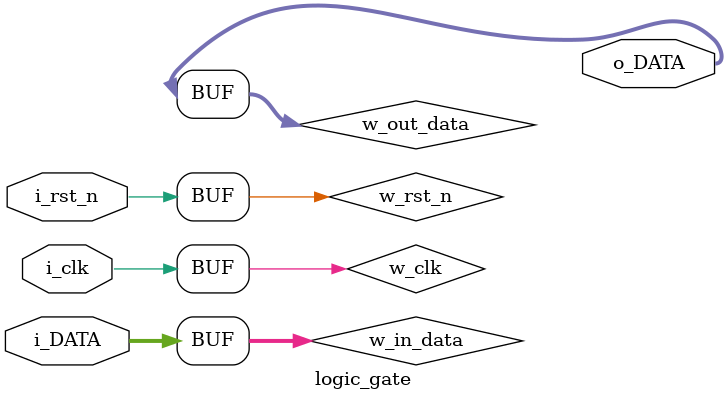
<source format=sv>

module logic_gate(
    input i_clk,
    input i_rst_n,
    input [7 : 0] i_DATA,
    output [7 : 0] o_DATA
);

    wire w_clk;
    wire w_rst_n;
    wire [7 : 0] w_in_data;
    wire [7 : 0] w_out_data;

    `ifdef __TASK_1__
        task_1_gate task_1_gate_inst (
                .i_clk(w_clk),
                .i_rst_n(w_rst_n),
                .i_DATA(w_in_data),
                .o_DATA(w_out_data)
            );
    `elsif __TASK_2__
        task_2_gate task_2_gate_inst (
                .i_clk(w_clk),
                .i_rst_n(w_rst_n),
                .i_DATA(w_in_data),
                .o_DATA(w_out_data)
            );
    `elsif __TASK_3__
        task_3_gate task_3_gate_inst (
                .i_clk(w_clk),
                .i_rst_n(w_rst_n),
                .i_DATA(w_in_data),
                .o_DATA(w_out_data)
            );
    `elsif __EXAMPLE_1__
        example_1_gate example_1_gate_inst (
                .i_clk(w_clk),
                .i_rst_n(w_rst_n),
                .i_DATA(w_in_data),
                .o_DATA(w_out_data)
            );
    `endif

    assign w_clk = i_clk;
    assign w_rst_n = i_rst_n;
    assign w_in_data = i_DATA;
    assign o_DATA = w_out_data;

endmodule


</source>
